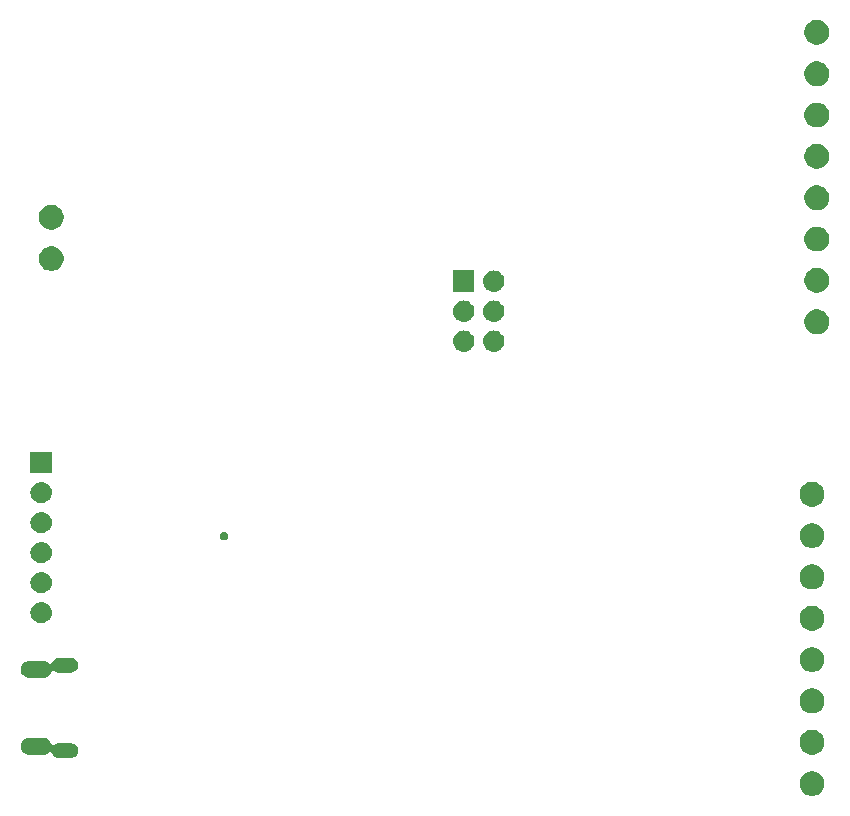
<source format=gbr>
G04 #@! TF.GenerationSoftware,KiCad,Pcbnew,(5.0.2)-1*
G04 #@! TF.CreationDate,2019-04-14T20:35:09-04:00*
G04 #@! TF.ProjectId,final_project,66696e61-6c5f-4707-926f-6a6563742e6b,rev?*
G04 #@! TF.SameCoordinates,Original*
G04 #@! TF.FileFunction,Soldermask,Bot*
G04 #@! TF.FilePolarity,Negative*
%FSLAX46Y46*%
G04 Gerber Fmt 4.6, Leading zero omitted, Abs format (unit mm)*
G04 Created by KiCad (PCBNEW (5.0.2)-1) date 4/14/2019 8:35:09 PM*
%MOMM*%
%LPD*%
G01*
G04 APERTURE LIST*
%ADD10C,0.100000*%
G04 APERTURE END LIST*
D10*
G36*
X191706565Y-131589389D02*
X191897834Y-131668615D01*
X192069976Y-131783637D01*
X192216363Y-131930024D01*
X192331385Y-132102166D01*
X192410611Y-132293435D01*
X192451000Y-132496484D01*
X192451000Y-132703516D01*
X192410611Y-132906565D01*
X192331385Y-133097834D01*
X192216363Y-133269976D01*
X192069976Y-133416363D01*
X191897834Y-133531385D01*
X191706565Y-133610611D01*
X191503516Y-133651000D01*
X191296484Y-133651000D01*
X191093435Y-133610611D01*
X190902166Y-133531385D01*
X190730024Y-133416363D01*
X190583637Y-133269976D01*
X190468615Y-133097834D01*
X190389389Y-132906565D01*
X190349000Y-132703516D01*
X190349000Y-132496484D01*
X190389389Y-132293435D01*
X190468615Y-132102166D01*
X190583637Y-131930024D01*
X190730024Y-131783637D01*
X190902166Y-131668615D01*
X191093435Y-131589389D01*
X191296484Y-131549000D01*
X191503516Y-131549000D01*
X191706565Y-131589389D01*
X191706565Y-131589389D01*
G37*
G36*
X126475382Y-128738287D02*
X126609404Y-128778943D01*
X126732918Y-128844962D01*
X126841186Y-128933814D01*
X126930038Y-129042082D01*
X126996057Y-129165596D01*
X127024891Y-129260649D01*
X127034268Y-129283288D01*
X127047882Y-129303662D01*
X127065209Y-129320989D01*
X127085584Y-129334603D01*
X127108223Y-129343981D01*
X127132256Y-129348761D01*
X127156760Y-129348761D01*
X127180794Y-129343980D01*
X127203433Y-129334603D01*
X127223802Y-129320993D01*
X127283739Y-129271804D01*
X127393358Y-129213211D01*
X127512302Y-129177130D01*
X127605002Y-129168000D01*
X128666998Y-129168000D01*
X128759698Y-129177130D01*
X128878642Y-129213211D01*
X128988261Y-129271804D01*
X129084343Y-129350657D01*
X129163196Y-129446739D01*
X129221789Y-129556358D01*
X129257870Y-129675302D01*
X129270053Y-129799000D01*
X129257870Y-129922698D01*
X129221789Y-130041642D01*
X129163196Y-130151261D01*
X129084343Y-130247343D01*
X128988261Y-130326196D01*
X128878642Y-130384789D01*
X128759698Y-130420870D01*
X128666998Y-130430000D01*
X127605002Y-130430000D01*
X127512302Y-130420870D01*
X127393358Y-130384789D01*
X127283739Y-130326196D01*
X127187657Y-130247343D01*
X127108804Y-130151261D01*
X127050211Y-130041642D01*
X127039177Y-130005268D01*
X127029806Y-129982643D01*
X127016192Y-129962269D01*
X126998865Y-129944941D01*
X126978490Y-129931327D01*
X126955852Y-129921950D01*
X126931818Y-129917169D01*
X126907314Y-129917169D01*
X126883280Y-129921949D01*
X126860641Y-129931326D01*
X126840266Y-129944941D01*
X126732922Y-130033036D01*
X126609404Y-130099057D01*
X126475382Y-130139713D01*
X126370930Y-130150000D01*
X125101070Y-130150000D01*
X124996618Y-130139713D01*
X124862596Y-130099057D01*
X124739082Y-130033038D01*
X124737068Y-130031385D01*
X124705261Y-130005282D01*
X124630814Y-129944186D01*
X124541962Y-129835918D01*
X124475943Y-129712404D01*
X124435287Y-129578382D01*
X124421560Y-129439000D01*
X124435287Y-129299618D01*
X124475943Y-129165596D01*
X124541962Y-129042082D01*
X124630814Y-128933814D01*
X124739082Y-128844962D01*
X124862596Y-128778943D01*
X124996618Y-128738287D01*
X125101070Y-128728000D01*
X126370930Y-128728000D01*
X126475382Y-128738287D01*
X126475382Y-128738287D01*
G37*
G36*
X191706565Y-128089389D02*
X191897834Y-128168615D01*
X192069976Y-128283637D01*
X192216363Y-128430024D01*
X192331385Y-128602166D01*
X192410611Y-128793435D01*
X192451000Y-128996484D01*
X192451000Y-129203516D01*
X192410611Y-129406565D01*
X192331385Y-129597834D01*
X192216363Y-129769976D01*
X192069976Y-129916363D01*
X191897834Y-130031385D01*
X191706565Y-130110611D01*
X191503516Y-130151000D01*
X191296484Y-130151000D01*
X191093435Y-130110611D01*
X190902166Y-130031385D01*
X190730024Y-129916363D01*
X190583637Y-129769976D01*
X190468615Y-129597834D01*
X190389389Y-129406565D01*
X190349000Y-129203516D01*
X190349000Y-128996484D01*
X190389389Y-128793435D01*
X190468615Y-128602166D01*
X190583637Y-128430024D01*
X190730024Y-128283637D01*
X190902166Y-128168615D01*
X191093435Y-128089389D01*
X191296484Y-128049000D01*
X191503516Y-128049000D01*
X191706565Y-128089389D01*
X191706565Y-128089389D01*
G37*
G36*
X191706565Y-124589389D02*
X191897834Y-124668615D01*
X192069976Y-124783637D01*
X192216363Y-124930024D01*
X192331385Y-125102166D01*
X192410611Y-125293435D01*
X192451000Y-125496484D01*
X192451000Y-125703516D01*
X192410611Y-125906565D01*
X192331385Y-126097834D01*
X192216363Y-126269976D01*
X192069976Y-126416363D01*
X191897834Y-126531385D01*
X191706565Y-126610611D01*
X191503516Y-126651000D01*
X191296484Y-126651000D01*
X191093435Y-126610611D01*
X190902166Y-126531385D01*
X190730024Y-126416363D01*
X190583637Y-126269976D01*
X190468615Y-126097834D01*
X190389389Y-125906565D01*
X190349000Y-125703516D01*
X190349000Y-125496484D01*
X190389389Y-125293435D01*
X190468615Y-125102166D01*
X190583637Y-124930024D01*
X190730024Y-124783637D01*
X190902166Y-124668615D01*
X191093435Y-124589389D01*
X191296484Y-124549000D01*
X191503516Y-124549000D01*
X191706565Y-124589389D01*
X191706565Y-124589389D01*
G37*
G36*
X128759698Y-121947130D02*
X128878642Y-121983211D01*
X128988261Y-122041804D01*
X129084343Y-122120657D01*
X129163196Y-122216739D01*
X129221789Y-122326358D01*
X129257870Y-122445302D01*
X129270053Y-122569000D01*
X129257870Y-122692698D01*
X129221789Y-122811642D01*
X129163196Y-122921261D01*
X129084343Y-123017343D01*
X128988261Y-123096196D01*
X128878642Y-123154789D01*
X128759698Y-123190870D01*
X128666998Y-123200000D01*
X127605002Y-123200000D01*
X127512302Y-123190870D01*
X127393358Y-123154789D01*
X127283739Y-123096196D01*
X127223802Y-123047007D01*
X127203432Y-123033397D01*
X127180793Y-123024019D01*
X127156760Y-123019239D01*
X127132256Y-123019239D01*
X127108222Y-123024020D01*
X127085583Y-123033397D01*
X127065209Y-123047011D01*
X127047881Y-123064338D01*
X127034268Y-123084713D01*
X127024891Y-123107351D01*
X126996057Y-123202404D01*
X126930038Y-123325918D01*
X126841186Y-123434186D01*
X126732918Y-123523038D01*
X126609404Y-123589057D01*
X126475382Y-123629713D01*
X126370930Y-123640000D01*
X125101070Y-123640000D01*
X124996618Y-123629713D01*
X124862596Y-123589057D01*
X124739082Y-123523038D01*
X124630814Y-123434186D01*
X124541962Y-123325918D01*
X124475943Y-123202404D01*
X124435287Y-123068382D01*
X124421560Y-122929000D01*
X124435287Y-122789618D01*
X124475943Y-122655596D01*
X124541962Y-122532082D01*
X124630814Y-122423814D01*
X124739082Y-122334962D01*
X124862596Y-122268943D01*
X124996618Y-122228287D01*
X125101070Y-122218000D01*
X126370930Y-122218000D01*
X126475382Y-122228287D01*
X126609404Y-122268943D01*
X126732922Y-122334964D01*
X126840266Y-122423059D01*
X126860641Y-122436673D01*
X126883280Y-122446051D01*
X126907313Y-122450831D01*
X126931817Y-122450831D01*
X126955851Y-122446050D01*
X126978490Y-122436673D01*
X126998864Y-122423059D01*
X127016191Y-122405732D01*
X127029805Y-122385357D01*
X127039177Y-122362732D01*
X127050211Y-122326358D01*
X127108804Y-122216739D01*
X127187657Y-122120657D01*
X127283739Y-122041804D01*
X127393358Y-121983211D01*
X127512302Y-121947130D01*
X127605002Y-121938000D01*
X128666998Y-121938000D01*
X128759698Y-121947130D01*
X128759698Y-121947130D01*
G37*
G36*
X191706565Y-121089389D02*
X191897834Y-121168615D01*
X192069976Y-121283637D01*
X192216363Y-121430024D01*
X192331385Y-121602166D01*
X192410611Y-121793435D01*
X192451000Y-121996484D01*
X192451000Y-122203516D01*
X192410611Y-122406565D01*
X192331385Y-122597834D01*
X192216363Y-122769976D01*
X192069976Y-122916363D01*
X191897834Y-123031385D01*
X191706565Y-123110611D01*
X191503516Y-123151000D01*
X191296484Y-123151000D01*
X191093435Y-123110611D01*
X190902166Y-123031385D01*
X190730024Y-122916363D01*
X190583637Y-122769976D01*
X190468615Y-122597834D01*
X190389389Y-122406565D01*
X190349000Y-122203516D01*
X190349000Y-121996484D01*
X190389389Y-121793435D01*
X190468615Y-121602166D01*
X190583637Y-121430024D01*
X190730024Y-121283637D01*
X190902166Y-121168615D01*
X191093435Y-121089389D01*
X191296484Y-121049000D01*
X191503516Y-121049000D01*
X191706565Y-121089389D01*
X191706565Y-121089389D01*
G37*
G36*
X191706565Y-117589389D02*
X191897834Y-117668615D01*
X192069976Y-117783637D01*
X192216363Y-117930024D01*
X192331385Y-118102166D01*
X192410611Y-118293435D01*
X192451000Y-118496484D01*
X192451000Y-118703516D01*
X192410611Y-118906565D01*
X192331385Y-119097834D01*
X192216363Y-119269976D01*
X192069976Y-119416363D01*
X191897834Y-119531385D01*
X191706565Y-119610611D01*
X191503516Y-119651000D01*
X191296484Y-119651000D01*
X191093435Y-119610611D01*
X190902166Y-119531385D01*
X190730024Y-119416363D01*
X190583637Y-119269976D01*
X190468615Y-119097834D01*
X190389389Y-118906565D01*
X190349000Y-118703516D01*
X190349000Y-118496484D01*
X190389389Y-118293435D01*
X190468615Y-118102166D01*
X190583637Y-117930024D01*
X190730024Y-117783637D01*
X190902166Y-117668615D01*
X191093435Y-117589389D01*
X191296484Y-117549000D01*
X191503516Y-117549000D01*
X191706565Y-117589389D01*
X191706565Y-117589389D01*
G37*
G36*
X126246442Y-117229518D02*
X126312627Y-117236037D01*
X126425853Y-117270384D01*
X126482467Y-117287557D01*
X126621087Y-117361652D01*
X126638991Y-117371222D01*
X126674729Y-117400552D01*
X126776186Y-117483814D01*
X126859448Y-117585271D01*
X126888778Y-117621009D01*
X126888779Y-117621011D01*
X126972443Y-117777533D01*
X126989616Y-117834147D01*
X127023963Y-117947373D01*
X127041359Y-118124000D01*
X127023963Y-118300627D01*
X126989616Y-118413853D01*
X126972443Y-118470467D01*
X126958536Y-118496484D01*
X126888778Y-118626991D01*
X126859448Y-118662729D01*
X126776186Y-118764186D01*
X126674729Y-118847448D01*
X126638991Y-118876778D01*
X126638989Y-118876779D01*
X126482467Y-118960443D01*
X126425853Y-118977616D01*
X126312627Y-119011963D01*
X126246442Y-119018482D01*
X126180260Y-119025000D01*
X126091740Y-119025000D01*
X126025558Y-119018482D01*
X125959373Y-119011963D01*
X125846147Y-118977616D01*
X125789533Y-118960443D01*
X125633011Y-118876779D01*
X125633009Y-118876778D01*
X125597271Y-118847448D01*
X125495814Y-118764186D01*
X125412552Y-118662729D01*
X125383222Y-118626991D01*
X125313464Y-118496484D01*
X125299557Y-118470467D01*
X125282384Y-118413853D01*
X125248037Y-118300627D01*
X125230641Y-118124000D01*
X125248037Y-117947373D01*
X125282384Y-117834147D01*
X125299557Y-117777533D01*
X125383221Y-117621011D01*
X125383222Y-117621009D01*
X125412552Y-117585271D01*
X125495814Y-117483814D01*
X125597271Y-117400552D01*
X125633009Y-117371222D01*
X125650913Y-117361652D01*
X125789533Y-117287557D01*
X125846147Y-117270384D01*
X125959373Y-117236037D01*
X126025558Y-117229518D01*
X126091740Y-117223000D01*
X126180260Y-117223000D01*
X126246442Y-117229518D01*
X126246442Y-117229518D01*
G37*
G36*
X126246443Y-114689519D02*
X126312627Y-114696037D01*
X126425853Y-114730384D01*
X126482467Y-114747557D01*
X126568297Y-114793435D01*
X126638991Y-114831222D01*
X126674729Y-114860552D01*
X126776186Y-114943814D01*
X126859448Y-115045271D01*
X126888778Y-115081009D01*
X126888779Y-115081011D01*
X126972443Y-115237533D01*
X126972443Y-115237534D01*
X127023963Y-115407373D01*
X127041359Y-115584000D01*
X127023963Y-115760627D01*
X126989616Y-115873853D01*
X126972443Y-115930467D01*
X126918501Y-116031384D01*
X126888778Y-116086991D01*
X126869394Y-116110610D01*
X126776186Y-116224186D01*
X126674729Y-116307448D01*
X126638991Y-116336778D01*
X126638989Y-116336779D01*
X126482467Y-116420443D01*
X126425853Y-116437616D01*
X126312627Y-116471963D01*
X126246443Y-116478481D01*
X126180260Y-116485000D01*
X126091740Y-116485000D01*
X126025557Y-116478481D01*
X125959373Y-116471963D01*
X125846147Y-116437616D01*
X125789533Y-116420443D01*
X125633011Y-116336779D01*
X125633009Y-116336778D01*
X125597271Y-116307448D01*
X125495814Y-116224186D01*
X125402606Y-116110610D01*
X125383222Y-116086991D01*
X125353499Y-116031384D01*
X125299557Y-115930467D01*
X125282384Y-115873853D01*
X125248037Y-115760627D01*
X125230641Y-115584000D01*
X125248037Y-115407373D01*
X125299557Y-115237534D01*
X125299557Y-115237533D01*
X125383221Y-115081011D01*
X125383222Y-115081009D01*
X125412552Y-115045271D01*
X125495814Y-114943814D01*
X125597271Y-114860552D01*
X125633009Y-114831222D01*
X125703703Y-114793435D01*
X125789533Y-114747557D01*
X125846147Y-114730384D01*
X125959373Y-114696037D01*
X126025557Y-114689519D01*
X126091740Y-114683000D01*
X126180260Y-114683000D01*
X126246443Y-114689519D01*
X126246443Y-114689519D01*
G37*
G36*
X191706565Y-114089389D02*
X191897834Y-114168615D01*
X192069976Y-114283637D01*
X192216363Y-114430024D01*
X192331385Y-114602166D01*
X192410611Y-114793435D01*
X192451000Y-114996484D01*
X192451000Y-115203516D01*
X192410611Y-115406565D01*
X192331385Y-115597834D01*
X192216363Y-115769976D01*
X192069976Y-115916363D01*
X191897834Y-116031385D01*
X191706565Y-116110611D01*
X191503516Y-116151000D01*
X191296484Y-116151000D01*
X191093435Y-116110611D01*
X190902166Y-116031385D01*
X190730024Y-115916363D01*
X190583637Y-115769976D01*
X190468615Y-115597834D01*
X190389389Y-115406565D01*
X190349000Y-115203516D01*
X190349000Y-114996484D01*
X190389389Y-114793435D01*
X190468615Y-114602166D01*
X190583637Y-114430024D01*
X190730024Y-114283637D01*
X190902166Y-114168615D01*
X191093435Y-114089389D01*
X191296484Y-114049000D01*
X191503516Y-114049000D01*
X191706565Y-114089389D01*
X191706565Y-114089389D01*
G37*
G36*
X126246443Y-112149519D02*
X126312627Y-112156037D01*
X126425853Y-112190384D01*
X126482467Y-112207557D01*
X126599237Y-112269973D01*
X126638991Y-112291222D01*
X126674729Y-112320552D01*
X126776186Y-112403814D01*
X126859448Y-112505271D01*
X126888778Y-112541009D01*
X126888779Y-112541011D01*
X126972443Y-112697533D01*
X126972443Y-112697534D01*
X127023963Y-112867373D01*
X127041359Y-113044000D01*
X127023963Y-113220627D01*
X126989616Y-113333853D01*
X126972443Y-113390467D01*
X126898348Y-113529087D01*
X126888778Y-113546991D01*
X126859448Y-113582729D01*
X126776186Y-113684186D01*
X126674729Y-113767448D01*
X126638991Y-113796778D01*
X126638989Y-113796779D01*
X126482467Y-113880443D01*
X126425853Y-113897616D01*
X126312627Y-113931963D01*
X126246442Y-113938482D01*
X126180260Y-113945000D01*
X126091740Y-113945000D01*
X126025558Y-113938482D01*
X125959373Y-113931963D01*
X125846147Y-113897616D01*
X125789533Y-113880443D01*
X125633011Y-113796779D01*
X125633009Y-113796778D01*
X125597271Y-113767448D01*
X125495814Y-113684186D01*
X125412552Y-113582729D01*
X125383222Y-113546991D01*
X125373652Y-113529087D01*
X125299557Y-113390467D01*
X125282384Y-113333853D01*
X125248037Y-113220627D01*
X125230641Y-113044000D01*
X125248037Y-112867373D01*
X125299557Y-112697534D01*
X125299557Y-112697533D01*
X125383221Y-112541011D01*
X125383222Y-112541009D01*
X125412552Y-112505271D01*
X125495814Y-112403814D01*
X125597271Y-112320552D01*
X125633009Y-112291222D01*
X125672763Y-112269973D01*
X125789533Y-112207557D01*
X125846147Y-112190384D01*
X125959373Y-112156037D01*
X126025557Y-112149519D01*
X126091740Y-112143000D01*
X126180260Y-112143000D01*
X126246443Y-112149519D01*
X126246443Y-112149519D01*
G37*
G36*
X191706565Y-110589389D02*
X191897834Y-110668615D01*
X192069976Y-110783637D01*
X192216363Y-110930024D01*
X192331385Y-111102166D01*
X192410611Y-111293435D01*
X192451000Y-111496484D01*
X192451000Y-111703516D01*
X192410611Y-111906565D01*
X192331385Y-112097834D01*
X192216363Y-112269976D01*
X192069976Y-112416363D01*
X191897834Y-112531385D01*
X191706565Y-112610611D01*
X191503516Y-112651000D01*
X191296484Y-112651000D01*
X191093435Y-112610611D01*
X190902166Y-112531385D01*
X190730024Y-112416363D01*
X190583637Y-112269976D01*
X190468615Y-112097834D01*
X190389389Y-111906565D01*
X190349000Y-111703516D01*
X190349000Y-111496484D01*
X190389389Y-111293435D01*
X190468615Y-111102166D01*
X190583637Y-110930024D01*
X190730024Y-110783637D01*
X190902166Y-110668615D01*
X191093435Y-110589389D01*
X191296484Y-110549000D01*
X191503516Y-110549000D01*
X191706565Y-110589389D01*
X191706565Y-110589389D01*
G37*
G36*
X141689956Y-111296758D02*
X141735783Y-111305873D01*
X141800535Y-111332694D01*
X141858810Y-111371632D01*
X141908368Y-111421190D01*
X141947306Y-111479465D01*
X141974127Y-111544217D01*
X141987800Y-111612957D01*
X141987800Y-111683043D01*
X141974127Y-111751783D01*
X141947306Y-111816535D01*
X141908368Y-111874810D01*
X141858810Y-111924368D01*
X141800535Y-111963306D01*
X141735783Y-111990127D01*
X141689956Y-111999242D01*
X141667044Y-112003800D01*
X141596956Y-112003800D01*
X141574044Y-111999242D01*
X141528217Y-111990127D01*
X141463465Y-111963306D01*
X141405190Y-111924368D01*
X141355632Y-111874810D01*
X141316694Y-111816535D01*
X141289873Y-111751783D01*
X141276200Y-111683043D01*
X141276200Y-111612957D01*
X141289873Y-111544217D01*
X141316694Y-111479465D01*
X141355632Y-111421190D01*
X141405190Y-111371632D01*
X141463465Y-111332694D01*
X141528217Y-111305873D01*
X141574044Y-111296758D01*
X141596956Y-111292200D01*
X141667044Y-111292200D01*
X141689956Y-111296758D01*
X141689956Y-111296758D01*
G37*
G36*
X126246442Y-109609518D02*
X126312627Y-109616037D01*
X126425853Y-109650384D01*
X126482467Y-109667557D01*
X126621087Y-109741652D01*
X126638991Y-109751222D01*
X126674729Y-109780552D01*
X126776186Y-109863814D01*
X126859448Y-109965271D01*
X126888778Y-110001009D01*
X126888779Y-110001011D01*
X126972443Y-110157533D01*
X126972443Y-110157534D01*
X127023963Y-110327373D01*
X127041359Y-110504000D01*
X127023963Y-110680627D01*
X126992716Y-110783635D01*
X126972443Y-110850467D01*
X126898348Y-110989087D01*
X126888778Y-111006991D01*
X126859448Y-111042729D01*
X126776186Y-111144186D01*
X126674729Y-111227448D01*
X126638991Y-111256778D01*
X126638989Y-111256779D01*
X126482467Y-111340443D01*
X126425853Y-111357616D01*
X126312627Y-111391963D01*
X126246443Y-111398481D01*
X126180260Y-111405000D01*
X126091740Y-111405000D01*
X126025557Y-111398481D01*
X125959373Y-111391963D01*
X125846147Y-111357616D01*
X125789533Y-111340443D01*
X125633011Y-111256779D01*
X125633009Y-111256778D01*
X125597271Y-111227448D01*
X125495814Y-111144186D01*
X125412552Y-111042729D01*
X125383222Y-111006991D01*
X125373652Y-110989087D01*
X125299557Y-110850467D01*
X125279284Y-110783635D01*
X125248037Y-110680627D01*
X125230641Y-110504000D01*
X125248037Y-110327373D01*
X125299557Y-110157534D01*
X125299557Y-110157533D01*
X125383221Y-110001011D01*
X125383222Y-110001009D01*
X125412552Y-109965271D01*
X125495814Y-109863814D01*
X125597271Y-109780552D01*
X125633009Y-109751222D01*
X125650913Y-109741652D01*
X125789533Y-109667557D01*
X125846147Y-109650384D01*
X125959373Y-109616037D01*
X126025558Y-109609518D01*
X126091740Y-109603000D01*
X126180260Y-109603000D01*
X126246442Y-109609518D01*
X126246442Y-109609518D01*
G37*
G36*
X191706565Y-107089389D02*
X191897834Y-107168615D01*
X192069976Y-107283637D01*
X192216363Y-107430024D01*
X192331385Y-107602166D01*
X192410611Y-107793435D01*
X192451000Y-107996484D01*
X192451000Y-108203516D01*
X192410611Y-108406565D01*
X192331385Y-108597834D01*
X192216363Y-108769976D01*
X192069976Y-108916363D01*
X191897834Y-109031385D01*
X191706565Y-109110611D01*
X191503516Y-109151000D01*
X191296484Y-109151000D01*
X191093435Y-109110611D01*
X190902166Y-109031385D01*
X190730024Y-108916363D01*
X190583637Y-108769976D01*
X190468615Y-108597834D01*
X190389389Y-108406565D01*
X190349000Y-108203516D01*
X190349000Y-107996484D01*
X190389389Y-107793435D01*
X190468615Y-107602166D01*
X190583637Y-107430024D01*
X190730024Y-107283637D01*
X190902166Y-107168615D01*
X191093435Y-107089389D01*
X191296484Y-107049000D01*
X191503516Y-107049000D01*
X191706565Y-107089389D01*
X191706565Y-107089389D01*
G37*
G36*
X126246442Y-107069518D02*
X126312627Y-107076037D01*
X126425853Y-107110384D01*
X126482467Y-107127557D01*
X126621087Y-107201652D01*
X126638991Y-107211222D01*
X126674729Y-107240552D01*
X126776186Y-107323814D01*
X126859448Y-107425271D01*
X126888778Y-107461009D01*
X126888779Y-107461011D01*
X126972443Y-107617533D01*
X126972443Y-107617534D01*
X127023963Y-107787373D01*
X127041359Y-107964000D01*
X127023963Y-108140627D01*
X127004886Y-108203514D01*
X126972443Y-108310467D01*
X126921077Y-108406565D01*
X126888778Y-108466991D01*
X126859448Y-108502729D01*
X126776186Y-108604186D01*
X126674729Y-108687448D01*
X126638991Y-108716778D01*
X126638989Y-108716779D01*
X126482467Y-108800443D01*
X126425853Y-108817616D01*
X126312627Y-108851963D01*
X126246443Y-108858481D01*
X126180260Y-108865000D01*
X126091740Y-108865000D01*
X126025557Y-108858481D01*
X125959373Y-108851963D01*
X125846147Y-108817616D01*
X125789533Y-108800443D01*
X125633011Y-108716779D01*
X125633009Y-108716778D01*
X125597271Y-108687448D01*
X125495814Y-108604186D01*
X125412552Y-108502729D01*
X125383222Y-108466991D01*
X125350923Y-108406565D01*
X125299557Y-108310467D01*
X125267114Y-108203514D01*
X125248037Y-108140627D01*
X125230641Y-107964000D01*
X125248037Y-107787373D01*
X125299557Y-107617534D01*
X125299557Y-107617533D01*
X125383221Y-107461011D01*
X125383222Y-107461009D01*
X125412552Y-107425271D01*
X125495814Y-107323814D01*
X125597271Y-107240552D01*
X125633009Y-107211222D01*
X125650913Y-107201652D01*
X125789533Y-107127557D01*
X125846147Y-107110384D01*
X125959373Y-107076037D01*
X126025558Y-107069518D01*
X126091740Y-107063000D01*
X126180260Y-107063000D01*
X126246442Y-107069518D01*
X126246442Y-107069518D01*
G37*
G36*
X127037000Y-106325000D02*
X125235000Y-106325000D01*
X125235000Y-104523000D01*
X127037000Y-104523000D01*
X127037000Y-106325000D01*
X127037000Y-106325000D01*
G37*
G36*
X162035443Y-94245519D02*
X162101627Y-94252037D01*
X162214853Y-94286384D01*
X162271467Y-94303557D01*
X162410087Y-94377652D01*
X162427991Y-94387222D01*
X162463729Y-94416552D01*
X162565186Y-94499814D01*
X162648448Y-94601271D01*
X162677778Y-94637009D01*
X162677779Y-94637011D01*
X162761443Y-94793533D01*
X162761443Y-94793534D01*
X162812963Y-94963373D01*
X162830359Y-95140000D01*
X162812963Y-95316627D01*
X162778616Y-95429853D01*
X162761443Y-95486467D01*
X162687348Y-95625087D01*
X162677778Y-95642991D01*
X162648448Y-95678729D01*
X162565186Y-95780186D01*
X162463729Y-95863448D01*
X162427991Y-95892778D01*
X162427989Y-95892779D01*
X162271467Y-95976443D01*
X162214853Y-95993616D01*
X162101627Y-96027963D01*
X162035442Y-96034482D01*
X161969260Y-96041000D01*
X161880740Y-96041000D01*
X161814558Y-96034482D01*
X161748373Y-96027963D01*
X161635147Y-95993616D01*
X161578533Y-95976443D01*
X161422011Y-95892779D01*
X161422009Y-95892778D01*
X161386271Y-95863448D01*
X161284814Y-95780186D01*
X161201552Y-95678729D01*
X161172222Y-95642991D01*
X161162652Y-95625087D01*
X161088557Y-95486467D01*
X161071384Y-95429853D01*
X161037037Y-95316627D01*
X161019641Y-95140000D01*
X161037037Y-94963373D01*
X161088557Y-94793534D01*
X161088557Y-94793533D01*
X161172221Y-94637011D01*
X161172222Y-94637009D01*
X161201552Y-94601271D01*
X161284814Y-94499814D01*
X161386271Y-94416552D01*
X161422009Y-94387222D01*
X161439913Y-94377652D01*
X161578533Y-94303557D01*
X161635147Y-94286384D01*
X161748373Y-94252037D01*
X161814557Y-94245519D01*
X161880740Y-94239000D01*
X161969260Y-94239000D01*
X162035443Y-94245519D01*
X162035443Y-94245519D01*
G37*
G36*
X164575443Y-94245519D02*
X164641627Y-94252037D01*
X164754853Y-94286384D01*
X164811467Y-94303557D01*
X164950087Y-94377652D01*
X164967991Y-94387222D01*
X165003729Y-94416552D01*
X165105186Y-94499814D01*
X165188448Y-94601271D01*
X165217778Y-94637009D01*
X165217779Y-94637011D01*
X165301443Y-94793533D01*
X165301443Y-94793534D01*
X165352963Y-94963373D01*
X165370359Y-95140000D01*
X165352963Y-95316627D01*
X165318616Y-95429853D01*
X165301443Y-95486467D01*
X165227348Y-95625087D01*
X165217778Y-95642991D01*
X165188448Y-95678729D01*
X165105186Y-95780186D01*
X165003729Y-95863448D01*
X164967991Y-95892778D01*
X164967989Y-95892779D01*
X164811467Y-95976443D01*
X164754853Y-95993616D01*
X164641627Y-96027963D01*
X164575442Y-96034482D01*
X164509260Y-96041000D01*
X164420740Y-96041000D01*
X164354558Y-96034482D01*
X164288373Y-96027963D01*
X164175147Y-95993616D01*
X164118533Y-95976443D01*
X163962011Y-95892779D01*
X163962009Y-95892778D01*
X163926271Y-95863448D01*
X163824814Y-95780186D01*
X163741552Y-95678729D01*
X163712222Y-95642991D01*
X163702652Y-95625087D01*
X163628557Y-95486467D01*
X163611384Y-95429853D01*
X163577037Y-95316627D01*
X163559641Y-95140000D01*
X163577037Y-94963373D01*
X163628557Y-94793534D01*
X163628557Y-94793533D01*
X163712221Y-94637011D01*
X163712222Y-94637009D01*
X163741552Y-94601271D01*
X163824814Y-94499814D01*
X163926271Y-94416552D01*
X163962009Y-94387222D01*
X163979913Y-94377652D01*
X164118533Y-94303557D01*
X164175147Y-94286384D01*
X164288373Y-94252037D01*
X164354557Y-94245519D01*
X164420740Y-94239000D01*
X164509260Y-94239000D01*
X164575443Y-94245519D01*
X164575443Y-94245519D01*
G37*
G36*
X192106565Y-92489389D02*
X192297834Y-92568615D01*
X192469976Y-92683637D01*
X192616363Y-92830024D01*
X192731385Y-93002166D01*
X192810611Y-93193435D01*
X192851000Y-93396484D01*
X192851000Y-93603516D01*
X192810611Y-93806565D01*
X192731385Y-93997834D01*
X192616363Y-94169976D01*
X192469976Y-94316363D01*
X192297834Y-94431385D01*
X192106565Y-94510611D01*
X191903516Y-94551000D01*
X191696484Y-94551000D01*
X191493435Y-94510611D01*
X191302166Y-94431385D01*
X191130024Y-94316363D01*
X190983637Y-94169976D01*
X190868615Y-93997834D01*
X190789389Y-93806565D01*
X190749000Y-93603516D01*
X190749000Y-93396484D01*
X190789389Y-93193435D01*
X190868615Y-93002166D01*
X190983637Y-92830024D01*
X191130024Y-92683637D01*
X191302166Y-92568615D01*
X191493435Y-92489389D01*
X191696484Y-92449000D01*
X191903516Y-92449000D01*
X192106565Y-92489389D01*
X192106565Y-92489389D01*
G37*
G36*
X162035442Y-91705518D02*
X162101627Y-91712037D01*
X162214853Y-91746384D01*
X162271467Y-91763557D01*
X162410087Y-91837652D01*
X162427991Y-91847222D01*
X162463729Y-91876552D01*
X162565186Y-91959814D01*
X162648448Y-92061271D01*
X162677778Y-92097009D01*
X162677779Y-92097011D01*
X162761443Y-92253533D01*
X162761443Y-92253534D01*
X162812963Y-92423373D01*
X162830359Y-92600000D01*
X162812963Y-92776627D01*
X162796765Y-92830024D01*
X162761443Y-92946467D01*
X162731671Y-93002165D01*
X162677778Y-93102991D01*
X162648448Y-93138729D01*
X162565186Y-93240186D01*
X162463729Y-93323448D01*
X162427991Y-93352778D01*
X162427989Y-93352779D01*
X162271467Y-93436443D01*
X162214853Y-93453616D01*
X162101627Y-93487963D01*
X162035442Y-93494482D01*
X161969260Y-93501000D01*
X161880740Y-93501000D01*
X161814557Y-93494481D01*
X161748373Y-93487963D01*
X161635147Y-93453616D01*
X161578533Y-93436443D01*
X161422011Y-93352779D01*
X161422009Y-93352778D01*
X161386271Y-93323448D01*
X161284814Y-93240186D01*
X161201552Y-93138729D01*
X161172222Y-93102991D01*
X161118329Y-93002165D01*
X161088557Y-92946467D01*
X161053235Y-92830024D01*
X161037037Y-92776627D01*
X161019641Y-92600000D01*
X161037037Y-92423373D01*
X161088557Y-92253534D01*
X161088557Y-92253533D01*
X161172221Y-92097011D01*
X161172222Y-92097009D01*
X161201552Y-92061271D01*
X161284814Y-91959814D01*
X161386271Y-91876552D01*
X161422009Y-91847222D01*
X161439913Y-91837652D01*
X161578533Y-91763557D01*
X161635147Y-91746384D01*
X161748373Y-91712037D01*
X161814558Y-91705518D01*
X161880740Y-91699000D01*
X161969260Y-91699000D01*
X162035442Y-91705518D01*
X162035442Y-91705518D01*
G37*
G36*
X164575442Y-91705518D02*
X164641627Y-91712037D01*
X164754853Y-91746384D01*
X164811467Y-91763557D01*
X164950087Y-91837652D01*
X164967991Y-91847222D01*
X165003729Y-91876552D01*
X165105186Y-91959814D01*
X165188448Y-92061271D01*
X165217778Y-92097009D01*
X165217779Y-92097011D01*
X165301443Y-92253533D01*
X165301443Y-92253534D01*
X165352963Y-92423373D01*
X165370359Y-92600000D01*
X165352963Y-92776627D01*
X165336765Y-92830024D01*
X165301443Y-92946467D01*
X165271671Y-93002165D01*
X165217778Y-93102991D01*
X165188448Y-93138729D01*
X165105186Y-93240186D01*
X165003729Y-93323448D01*
X164967991Y-93352778D01*
X164967989Y-93352779D01*
X164811467Y-93436443D01*
X164754853Y-93453616D01*
X164641627Y-93487963D01*
X164575442Y-93494482D01*
X164509260Y-93501000D01*
X164420740Y-93501000D01*
X164354557Y-93494481D01*
X164288373Y-93487963D01*
X164175147Y-93453616D01*
X164118533Y-93436443D01*
X163962011Y-93352779D01*
X163962009Y-93352778D01*
X163926271Y-93323448D01*
X163824814Y-93240186D01*
X163741552Y-93138729D01*
X163712222Y-93102991D01*
X163658329Y-93002165D01*
X163628557Y-92946467D01*
X163593235Y-92830024D01*
X163577037Y-92776627D01*
X163559641Y-92600000D01*
X163577037Y-92423373D01*
X163628557Y-92253534D01*
X163628557Y-92253533D01*
X163712221Y-92097011D01*
X163712222Y-92097009D01*
X163741552Y-92061271D01*
X163824814Y-91959814D01*
X163926271Y-91876552D01*
X163962009Y-91847222D01*
X163979913Y-91837652D01*
X164118533Y-91763557D01*
X164175147Y-91746384D01*
X164288373Y-91712037D01*
X164354558Y-91705518D01*
X164420740Y-91699000D01*
X164509260Y-91699000D01*
X164575442Y-91705518D01*
X164575442Y-91705518D01*
G37*
G36*
X192106565Y-88989389D02*
X192297834Y-89068615D01*
X192469976Y-89183637D01*
X192616363Y-89330024D01*
X192731385Y-89502166D01*
X192810611Y-89693435D01*
X192851000Y-89896484D01*
X192851000Y-90103516D01*
X192810611Y-90306565D01*
X192731385Y-90497834D01*
X192616363Y-90669976D01*
X192469976Y-90816363D01*
X192297834Y-90931385D01*
X192106565Y-91010611D01*
X191903516Y-91051000D01*
X191696484Y-91051000D01*
X191493435Y-91010611D01*
X191302166Y-90931385D01*
X191130024Y-90816363D01*
X190983637Y-90669976D01*
X190868615Y-90497834D01*
X190789389Y-90306565D01*
X190749000Y-90103516D01*
X190749000Y-89896484D01*
X190789389Y-89693435D01*
X190868615Y-89502166D01*
X190983637Y-89330024D01*
X191130024Y-89183637D01*
X191302166Y-89068615D01*
X191493435Y-88989389D01*
X191696484Y-88949000D01*
X191903516Y-88949000D01*
X192106565Y-88989389D01*
X192106565Y-88989389D01*
G37*
G36*
X162826000Y-90961000D02*
X161024000Y-90961000D01*
X161024000Y-89159000D01*
X162826000Y-89159000D01*
X162826000Y-90961000D01*
X162826000Y-90961000D01*
G37*
G36*
X164575442Y-89165518D02*
X164641627Y-89172037D01*
X164737105Y-89201000D01*
X164811467Y-89223557D01*
X164950087Y-89297652D01*
X164967991Y-89307222D01*
X164995775Y-89330024D01*
X165105186Y-89419814D01*
X165188448Y-89521271D01*
X165217778Y-89557009D01*
X165217779Y-89557011D01*
X165301443Y-89713533D01*
X165301443Y-89713534D01*
X165352963Y-89883373D01*
X165370359Y-90060000D01*
X165352963Y-90236627D01*
X165318616Y-90349853D01*
X165301443Y-90406467D01*
X165252605Y-90497835D01*
X165217778Y-90562991D01*
X165188448Y-90598729D01*
X165105186Y-90700186D01*
X165003729Y-90783448D01*
X164967991Y-90812778D01*
X164967989Y-90812779D01*
X164811467Y-90896443D01*
X164754853Y-90913616D01*
X164641627Y-90947963D01*
X164575443Y-90954481D01*
X164509260Y-90961000D01*
X164420740Y-90961000D01*
X164354558Y-90954482D01*
X164288373Y-90947963D01*
X164175147Y-90913616D01*
X164118533Y-90896443D01*
X163962011Y-90812779D01*
X163962009Y-90812778D01*
X163926271Y-90783448D01*
X163824814Y-90700186D01*
X163741552Y-90598729D01*
X163712222Y-90562991D01*
X163677395Y-90497835D01*
X163628557Y-90406467D01*
X163611384Y-90349853D01*
X163577037Y-90236627D01*
X163559641Y-90060000D01*
X163577037Y-89883373D01*
X163628557Y-89713534D01*
X163628557Y-89713533D01*
X163712221Y-89557011D01*
X163712222Y-89557009D01*
X163741552Y-89521271D01*
X163824814Y-89419814D01*
X163934225Y-89330024D01*
X163962009Y-89307222D01*
X163979913Y-89297652D01*
X164118533Y-89223557D01*
X164192895Y-89201000D01*
X164288373Y-89172037D01*
X164354558Y-89165518D01*
X164420740Y-89159000D01*
X164509260Y-89159000D01*
X164575442Y-89165518D01*
X164575442Y-89165518D01*
G37*
G36*
X127306565Y-87139389D02*
X127497834Y-87218615D01*
X127669976Y-87333637D01*
X127816363Y-87480024D01*
X127931385Y-87652166D01*
X128010611Y-87843435D01*
X128051000Y-88046484D01*
X128051000Y-88253516D01*
X128010611Y-88456565D01*
X127931385Y-88647834D01*
X127816363Y-88819976D01*
X127669976Y-88966363D01*
X127497834Y-89081385D01*
X127306565Y-89160611D01*
X127103516Y-89201000D01*
X126896484Y-89201000D01*
X126693435Y-89160611D01*
X126502166Y-89081385D01*
X126330024Y-88966363D01*
X126183637Y-88819976D01*
X126068615Y-88647834D01*
X125989389Y-88456565D01*
X125949000Y-88253516D01*
X125949000Y-88046484D01*
X125989389Y-87843435D01*
X126068615Y-87652166D01*
X126183637Y-87480024D01*
X126330024Y-87333637D01*
X126502166Y-87218615D01*
X126693435Y-87139389D01*
X126896484Y-87099000D01*
X127103516Y-87099000D01*
X127306565Y-87139389D01*
X127306565Y-87139389D01*
G37*
G36*
X192106565Y-85489389D02*
X192297834Y-85568615D01*
X192469976Y-85683637D01*
X192616363Y-85830024D01*
X192731385Y-86002166D01*
X192810611Y-86193435D01*
X192851000Y-86396484D01*
X192851000Y-86603516D01*
X192810611Y-86806565D01*
X192731385Y-86997834D01*
X192616363Y-87169976D01*
X192469976Y-87316363D01*
X192297834Y-87431385D01*
X192106565Y-87510611D01*
X191903516Y-87551000D01*
X191696484Y-87551000D01*
X191493435Y-87510611D01*
X191302166Y-87431385D01*
X191130024Y-87316363D01*
X190983637Y-87169976D01*
X190868615Y-86997834D01*
X190789389Y-86806565D01*
X190749000Y-86603516D01*
X190749000Y-86396484D01*
X190789389Y-86193435D01*
X190868615Y-86002166D01*
X190983637Y-85830024D01*
X191130024Y-85683637D01*
X191302166Y-85568615D01*
X191493435Y-85489389D01*
X191696484Y-85449000D01*
X191903516Y-85449000D01*
X192106565Y-85489389D01*
X192106565Y-85489389D01*
G37*
G36*
X127306565Y-83639389D02*
X127497834Y-83718615D01*
X127669976Y-83833637D01*
X127816363Y-83980024D01*
X127931385Y-84152166D01*
X128010611Y-84343435D01*
X128051000Y-84546484D01*
X128051000Y-84753516D01*
X128010611Y-84956565D01*
X127931385Y-85147834D01*
X127816363Y-85319976D01*
X127669976Y-85466363D01*
X127497834Y-85581385D01*
X127306565Y-85660611D01*
X127103516Y-85701000D01*
X126896484Y-85701000D01*
X126693435Y-85660611D01*
X126502166Y-85581385D01*
X126330024Y-85466363D01*
X126183637Y-85319976D01*
X126068615Y-85147834D01*
X125989389Y-84956565D01*
X125949000Y-84753516D01*
X125949000Y-84546484D01*
X125989389Y-84343435D01*
X126068615Y-84152166D01*
X126183637Y-83980024D01*
X126330024Y-83833637D01*
X126502166Y-83718615D01*
X126693435Y-83639389D01*
X126896484Y-83599000D01*
X127103516Y-83599000D01*
X127306565Y-83639389D01*
X127306565Y-83639389D01*
G37*
G36*
X192106565Y-81989389D02*
X192297834Y-82068615D01*
X192469976Y-82183637D01*
X192616363Y-82330024D01*
X192731385Y-82502166D01*
X192810611Y-82693435D01*
X192851000Y-82896484D01*
X192851000Y-83103516D01*
X192810611Y-83306565D01*
X192731385Y-83497834D01*
X192616363Y-83669976D01*
X192469976Y-83816363D01*
X192297834Y-83931385D01*
X192106565Y-84010611D01*
X191903516Y-84051000D01*
X191696484Y-84051000D01*
X191493435Y-84010611D01*
X191302166Y-83931385D01*
X191130024Y-83816363D01*
X190983637Y-83669976D01*
X190868615Y-83497834D01*
X190789389Y-83306565D01*
X190749000Y-83103516D01*
X190749000Y-82896484D01*
X190789389Y-82693435D01*
X190868615Y-82502166D01*
X190983637Y-82330024D01*
X191130024Y-82183637D01*
X191302166Y-82068615D01*
X191493435Y-81989389D01*
X191696484Y-81949000D01*
X191903516Y-81949000D01*
X192106565Y-81989389D01*
X192106565Y-81989389D01*
G37*
G36*
X192106565Y-78489389D02*
X192297834Y-78568615D01*
X192469976Y-78683637D01*
X192616363Y-78830024D01*
X192731385Y-79002166D01*
X192810611Y-79193435D01*
X192851000Y-79396484D01*
X192851000Y-79603516D01*
X192810611Y-79806565D01*
X192731385Y-79997834D01*
X192616363Y-80169976D01*
X192469976Y-80316363D01*
X192297834Y-80431385D01*
X192106565Y-80510611D01*
X191903516Y-80551000D01*
X191696484Y-80551000D01*
X191493435Y-80510611D01*
X191302166Y-80431385D01*
X191130024Y-80316363D01*
X190983637Y-80169976D01*
X190868615Y-79997834D01*
X190789389Y-79806565D01*
X190749000Y-79603516D01*
X190749000Y-79396484D01*
X190789389Y-79193435D01*
X190868615Y-79002166D01*
X190983637Y-78830024D01*
X191130024Y-78683637D01*
X191302166Y-78568615D01*
X191493435Y-78489389D01*
X191696484Y-78449000D01*
X191903516Y-78449000D01*
X192106565Y-78489389D01*
X192106565Y-78489389D01*
G37*
G36*
X192106565Y-74989389D02*
X192297834Y-75068615D01*
X192469976Y-75183637D01*
X192616363Y-75330024D01*
X192731385Y-75502166D01*
X192810611Y-75693435D01*
X192851000Y-75896484D01*
X192851000Y-76103516D01*
X192810611Y-76306565D01*
X192731385Y-76497834D01*
X192616363Y-76669976D01*
X192469976Y-76816363D01*
X192297834Y-76931385D01*
X192106565Y-77010611D01*
X191903516Y-77051000D01*
X191696484Y-77051000D01*
X191493435Y-77010611D01*
X191302166Y-76931385D01*
X191130024Y-76816363D01*
X190983637Y-76669976D01*
X190868615Y-76497834D01*
X190789389Y-76306565D01*
X190749000Y-76103516D01*
X190749000Y-75896484D01*
X190789389Y-75693435D01*
X190868615Y-75502166D01*
X190983637Y-75330024D01*
X191130024Y-75183637D01*
X191302166Y-75068615D01*
X191493435Y-74989389D01*
X191696484Y-74949000D01*
X191903516Y-74949000D01*
X192106565Y-74989389D01*
X192106565Y-74989389D01*
G37*
G36*
X192106565Y-71489389D02*
X192297834Y-71568615D01*
X192469976Y-71683637D01*
X192616363Y-71830024D01*
X192731385Y-72002166D01*
X192810611Y-72193435D01*
X192851000Y-72396484D01*
X192851000Y-72603516D01*
X192810611Y-72806565D01*
X192731385Y-72997834D01*
X192616363Y-73169976D01*
X192469976Y-73316363D01*
X192297834Y-73431385D01*
X192106565Y-73510611D01*
X191903516Y-73551000D01*
X191696484Y-73551000D01*
X191493435Y-73510611D01*
X191302166Y-73431385D01*
X191130024Y-73316363D01*
X190983637Y-73169976D01*
X190868615Y-72997834D01*
X190789389Y-72806565D01*
X190749000Y-72603516D01*
X190749000Y-72396484D01*
X190789389Y-72193435D01*
X190868615Y-72002166D01*
X190983637Y-71830024D01*
X191130024Y-71683637D01*
X191302166Y-71568615D01*
X191493435Y-71489389D01*
X191696484Y-71449000D01*
X191903516Y-71449000D01*
X192106565Y-71489389D01*
X192106565Y-71489389D01*
G37*
G36*
X192106565Y-67989389D02*
X192297834Y-68068615D01*
X192469976Y-68183637D01*
X192616363Y-68330024D01*
X192731385Y-68502166D01*
X192810611Y-68693435D01*
X192851000Y-68896484D01*
X192851000Y-69103516D01*
X192810611Y-69306565D01*
X192731385Y-69497834D01*
X192616363Y-69669976D01*
X192469976Y-69816363D01*
X192297834Y-69931385D01*
X192106565Y-70010611D01*
X191903516Y-70051000D01*
X191696484Y-70051000D01*
X191493435Y-70010611D01*
X191302166Y-69931385D01*
X191130024Y-69816363D01*
X190983637Y-69669976D01*
X190868615Y-69497834D01*
X190789389Y-69306565D01*
X190749000Y-69103516D01*
X190749000Y-68896484D01*
X190789389Y-68693435D01*
X190868615Y-68502166D01*
X190983637Y-68330024D01*
X191130024Y-68183637D01*
X191302166Y-68068615D01*
X191493435Y-67989389D01*
X191696484Y-67949000D01*
X191903516Y-67949000D01*
X192106565Y-67989389D01*
X192106565Y-67989389D01*
G37*
M02*

</source>
